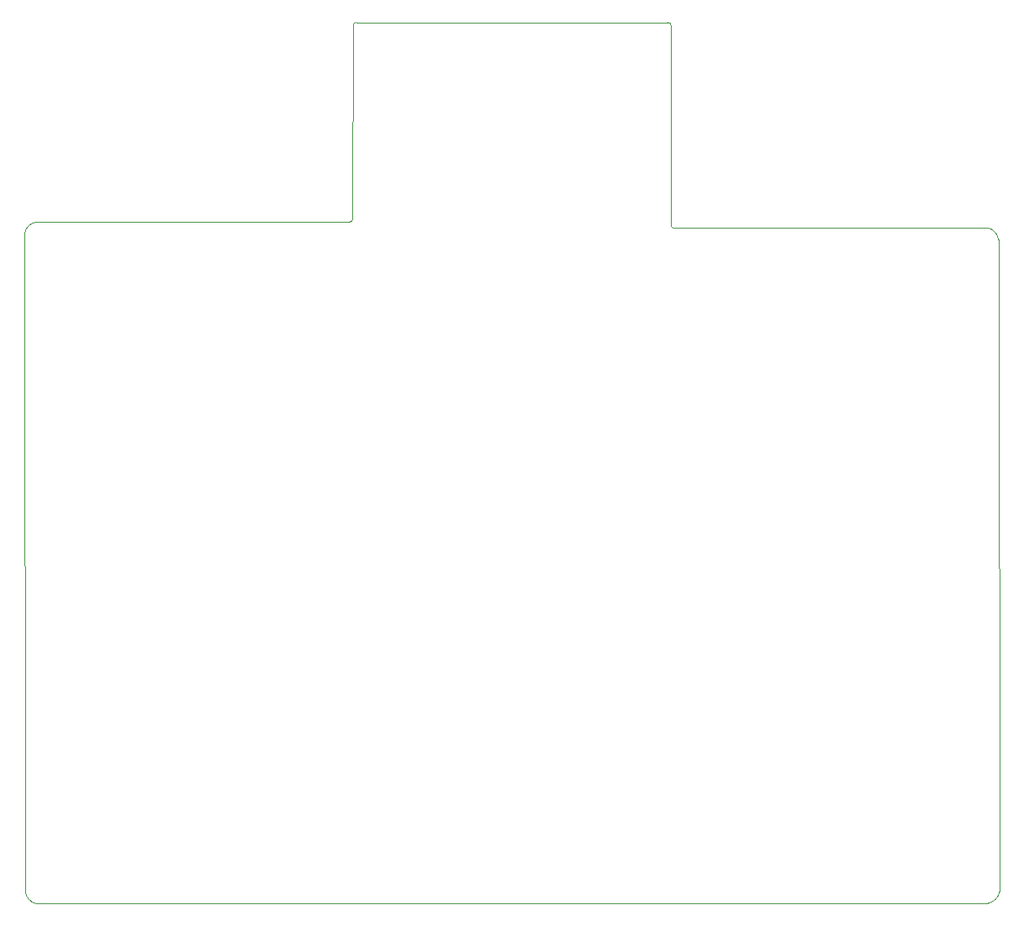
<source format=gbr>
%TF.GenerationSoftware,KiCad,Pcbnew,9.0.0*%
%TF.CreationDate,2025-04-05T15:43:17+05:30*%
%TF.ProjectId,PixelDoro,50697865-6c44-46f7-926f-2e6b69636164,rev?*%
%TF.SameCoordinates,Original*%
%TF.FileFunction,Profile,NP*%
%FSLAX46Y46*%
G04 Gerber Fmt 4.6, Leading zero omitted, Abs format (unit mm)*
G04 Created by KiCad (PCBNEW 9.0.0) date 2025-04-05 15:43:17*
%MOMM*%
%LPD*%
G01*
G04 APERTURE LIST*
%TA.AperFunction,Profile*%
%ADD10C,0.050000*%
%TD*%
G04 APERTURE END LIST*
D10*
X131290232Y-32287061D02*
X162719768Y-32290007D01*
X163002938Y-32570232D02*
X163000001Y-52729768D01*
X194883558Y-121029558D02*
X99119703Y-121081517D01*
X195989625Y-54176442D02*
X196078477Y-119893047D01*
X97997130Y-119900000D02*
X97910583Y-53536950D01*
X99119703Y-121081517D02*
G75*
G02*
X97997181Y-119899994I227797J1340417D01*
G01*
X130929650Y-52099768D02*
X131007062Y-32570232D01*
X196078477Y-119893051D02*
G75*
G02*
X194883558Y-121029529I-1357277J230651D01*
G01*
X99106695Y-52400443D02*
X100012500Y-52387500D01*
X163270232Y-53000000D02*
G75*
G02*
X163000000Y-52729768I-32J270200D01*
G01*
X163270232Y-53000000D02*
X194863047Y-52981523D01*
X194861399Y-52991217D02*
G75*
G02*
X195989625Y-54176442I-228999J-1347583D01*
G01*
X97911524Y-53536950D02*
G75*
G02*
X99106446Y-52400472I1357276J-230650D01*
G01*
X162719768Y-32287061D02*
G75*
G02*
X163002939Y-32570232I32J-283139D01*
G01*
X100012500Y-52387500D02*
X130649768Y-52387500D01*
X131007061Y-32570232D02*
G75*
G02*
X131290232Y-32287061I283139J32D01*
G01*
X130932939Y-52099768D02*
G75*
G02*
X130649768Y-52382939I-283139J-32D01*
G01*
M02*

</source>
